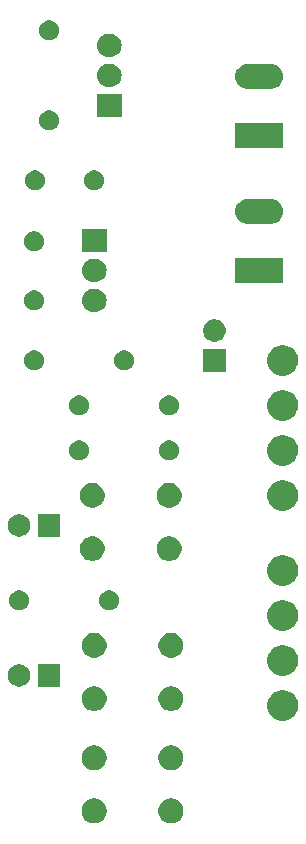
<source format=gbr>
G04 #@! TF.GenerationSoftware,KiCad,Pcbnew,5.1.5+dfsg1-2build2*
G04 #@! TF.CreationDate,2021-03-07T11:34:37+01:00*
G04 #@! TF.ProjectId,miteThru,6d697465-5468-4727-952e-6b696361645f,rev?*
G04 #@! TF.SameCoordinates,Original*
G04 #@! TF.FileFunction,Soldermask,Top*
G04 #@! TF.FilePolarity,Negative*
%FSLAX46Y46*%
G04 Gerber Fmt 4.6, Leading zero omitted, Abs format (unit mm)*
G04 Created by KiCad (PCBNEW 5.1.5+dfsg1-2build2) date 2021-03-07 11:34:37*
%MOMM*%
%LPD*%
G04 APERTURE LIST*
%ADD10C,0.100000*%
G04 APERTURE END LIST*
D10*
G36*
X217626564Y-123489389D02*
G01*
X217817833Y-123568615D01*
X217817835Y-123568616D01*
X217989973Y-123683635D01*
X218136365Y-123830027D01*
X218251385Y-124002167D01*
X218330611Y-124193436D01*
X218371000Y-124396484D01*
X218371000Y-124603516D01*
X218330611Y-124806564D01*
X218251385Y-124997833D01*
X218251384Y-124997835D01*
X218136365Y-125169973D01*
X217989973Y-125316365D01*
X217817835Y-125431384D01*
X217817834Y-125431385D01*
X217817833Y-125431385D01*
X217626564Y-125510611D01*
X217423516Y-125551000D01*
X217216484Y-125551000D01*
X217013436Y-125510611D01*
X216822167Y-125431385D01*
X216822166Y-125431385D01*
X216822165Y-125431384D01*
X216650027Y-125316365D01*
X216503635Y-125169973D01*
X216388616Y-124997835D01*
X216388615Y-124997833D01*
X216309389Y-124806564D01*
X216269000Y-124603516D01*
X216269000Y-124396484D01*
X216309389Y-124193436D01*
X216388615Y-124002167D01*
X216503635Y-123830027D01*
X216650027Y-123683635D01*
X216822165Y-123568616D01*
X216822167Y-123568615D01*
X217013436Y-123489389D01*
X217216484Y-123449000D01*
X217423516Y-123449000D01*
X217626564Y-123489389D01*
G37*
G36*
X211126564Y-123489389D02*
G01*
X211317833Y-123568615D01*
X211317835Y-123568616D01*
X211489973Y-123683635D01*
X211636365Y-123830027D01*
X211751385Y-124002167D01*
X211830611Y-124193436D01*
X211871000Y-124396484D01*
X211871000Y-124603516D01*
X211830611Y-124806564D01*
X211751385Y-124997833D01*
X211751384Y-124997835D01*
X211636365Y-125169973D01*
X211489973Y-125316365D01*
X211317835Y-125431384D01*
X211317834Y-125431385D01*
X211317833Y-125431385D01*
X211126564Y-125510611D01*
X210923516Y-125551000D01*
X210716484Y-125551000D01*
X210513436Y-125510611D01*
X210322167Y-125431385D01*
X210322166Y-125431385D01*
X210322165Y-125431384D01*
X210150027Y-125316365D01*
X210003635Y-125169973D01*
X209888616Y-124997835D01*
X209888615Y-124997833D01*
X209809389Y-124806564D01*
X209769000Y-124603516D01*
X209769000Y-124396484D01*
X209809389Y-124193436D01*
X209888615Y-124002167D01*
X210003635Y-123830027D01*
X210150027Y-123683635D01*
X210322165Y-123568616D01*
X210322167Y-123568615D01*
X210513436Y-123489389D01*
X210716484Y-123449000D01*
X210923516Y-123449000D01*
X211126564Y-123489389D01*
G37*
G36*
X211126564Y-118989389D02*
G01*
X211317833Y-119068615D01*
X211317835Y-119068616D01*
X211489973Y-119183635D01*
X211636365Y-119330027D01*
X211751385Y-119502167D01*
X211830611Y-119693436D01*
X211871000Y-119896484D01*
X211871000Y-120103516D01*
X211830611Y-120306564D01*
X211751385Y-120497833D01*
X211751384Y-120497835D01*
X211636365Y-120669973D01*
X211489973Y-120816365D01*
X211317835Y-120931384D01*
X211317834Y-120931385D01*
X211317833Y-120931385D01*
X211126564Y-121010611D01*
X210923516Y-121051000D01*
X210716484Y-121051000D01*
X210513436Y-121010611D01*
X210322167Y-120931385D01*
X210322166Y-120931385D01*
X210322165Y-120931384D01*
X210150027Y-120816365D01*
X210003635Y-120669973D01*
X209888616Y-120497835D01*
X209888615Y-120497833D01*
X209809389Y-120306564D01*
X209769000Y-120103516D01*
X209769000Y-119896484D01*
X209809389Y-119693436D01*
X209888615Y-119502167D01*
X210003635Y-119330027D01*
X210150027Y-119183635D01*
X210322165Y-119068616D01*
X210322167Y-119068615D01*
X210513436Y-118989389D01*
X210716484Y-118949000D01*
X210923516Y-118949000D01*
X211126564Y-118989389D01*
G37*
G36*
X217626564Y-118989389D02*
G01*
X217817833Y-119068615D01*
X217817835Y-119068616D01*
X217989973Y-119183635D01*
X218136365Y-119330027D01*
X218251385Y-119502167D01*
X218330611Y-119693436D01*
X218371000Y-119896484D01*
X218371000Y-120103516D01*
X218330611Y-120306564D01*
X218251385Y-120497833D01*
X218251384Y-120497835D01*
X218136365Y-120669973D01*
X217989973Y-120816365D01*
X217817835Y-120931384D01*
X217817834Y-120931385D01*
X217817833Y-120931385D01*
X217626564Y-121010611D01*
X217423516Y-121051000D01*
X217216484Y-121051000D01*
X217013436Y-121010611D01*
X216822167Y-120931385D01*
X216822166Y-120931385D01*
X216822165Y-120931384D01*
X216650027Y-120816365D01*
X216503635Y-120669973D01*
X216388616Y-120497835D01*
X216388615Y-120497833D01*
X216309389Y-120306564D01*
X216269000Y-120103516D01*
X216269000Y-119896484D01*
X216309389Y-119693436D01*
X216388615Y-119502167D01*
X216503635Y-119330027D01*
X216650027Y-119183635D01*
X216822165Y-119068616D01*
X216822167Y-119068615D01*
X217013436Y-118989389D01*
X217216484Y-118949000D01*
X217423516Y-118949000D01*
X217626564Y-118989389D01*
G37*
G36*
X227169487Y-114318996D02*
G01*
X227406253Y-114417068D01*
X227406255Y-114417069D01*
X227619339Y-114559447D01*
X227800553Y-114740661D01*
X227897989Y-114886484D01*
X227942932Y-114953747D01*
X228041004Y-115190513D01*
X228091000Y-115441861D01*
X228091000Y-115698139D01*
X228041004Y-115949487D01*
X228003098Y-116041000D01*
X227942931Y-116186255D01*
X227800553Y-116399339D01*
X227619339Y-116580553D01*
X227406255Y-116722931D01*
X227406254Y-116722932D01*
X227406253Y-116722932D01*
X227169487Y-116821004D01*
X226918139Y-116871000D01*
X226661861Y-116871000D01*
X226410513Y-116821004D01*
X226173747Y-116722932D01*
X226173746Y-116722932D01*
X226173745Y-116722931D01*
X225960661Y-116580553D01*
X225779447Y-116399339D01*
X225637069Y-116186255D01*
X225576902Y-116041000D01*
X225538996Y-115949487D01*
X225489000Y-115698139D01*
X225489000Y-115441861D01*
X225538996Y-115190513D01*
X225637068Y-114953747D01*
X225682012Y-114886484D01*
X225779447Y-114740661D01*
X225960661Y-114559447D01*
X226173745Y-114417069D01*
X226173747Y-114417068D01*
X226410513Y-114318996D01*
X226661861Y-114269000D01*
X226918139Y-114269000D01*
X227169487Y-114318996D01*
G37*
G36*
X211126564Y-113979389D02*
G01*
X211317833Y-114058615D01*
X211317835Y-114058616D01*
X211489973Y-114173635D01*
X211636365Y-114320027D01*
X211751385Y-114492167D01*
X211830611Y-114683436D01*
X211871000Y-114886484D01*
X211871000Y-115093516D01*
X211830611Y-115296564D01*
X211770427Y-115441861D01*
X211751384Y-115487835D01*
X211636365Y-115659973D01*
X211489973Y-115806365D01*
X211317835Y-115921384D01*
X211317834Y-115921385D01*
X211317833Y-115921385D01*
X211126564Y-116000611D01*
X210923516Y-116041000D01*
X210716484Y-116041000D01*
X210513436Y-116000611D01*
X210322167Y-115921385D01*
X210322166Y-115921385D01*
X210322165Y-115921384D01*
X210150027Y-115806365D01*
X210003635Y-115659973D01*
X209888616Y-115487835D01*
X209869573Y-115441861D01*
X209809389Y-115296564D01*
X209769000Y-115093516D01*
X209769000Y-114886484D01*
X209809389Y-114683436D01*
X209888615Y-114492167D01*
X210003635Y-114320027D01*
X210150027Y-114173635D01*
X210322165Y-114058616D01*
X210322167Y-114058615D01*
X210513436Y-113979389D01*
X210716484Y-113939000D01*
X210923516Y-113939000D01*
X211126564Y-113979389D01*
G37*
G36*
X217626564Y-113979389D02*
G01*
X217817833Y-114058615D01*
X217817835Y-114058616D01*
X217989973Y-114173635D01*
X218136365Y-114320027D01*
X218251385Y-114492167D01*
X218330611Y-114683436D01*
X218371000Y-114886484D01*
X218371000Y-115093516D01*
X218330611Y-115296564D01*
X218270427Y-115441861D01*
X218251384Y-115487835D01*
X218136365Y-115659973D01*
X217989973Y-115806365D01*
X217817835Y-115921384D01*
X217817834Y-115921385D01*
X217817833Y-115921385D01*
X217626564Y-116000611D01*
X217423516Y-116041000D01*
X217216484Y-116041000D01*
X217013436Y-116000611D01*
X216822167Y-115921385D01*
X216822166Y-115921385D01*
X216822165Y-115921384D01*
X216650027Y-115806365D01*
X216503635Y-115659973D01*
X216388616Y-115487835D01*
X216369573Y-115441861D01*
X216309389Y-115296564D01*
X216269000Y-115093516D01*
X216269000Y-114886484D01*
X216309389Y-114683436D01*
X216388615Y-114492167D01*
X216503635Y-114320027D01*
X216650027Y-114173635D01*
X216822165Y-114058616D01*
X216822167Y-114058615D01*
X217013436Y-113979389D01*
X217216484Y-113939000D01*
X217423516Y-113939000D01*
X217626564Y-113979389D01*
G37*
G36*
X207961000Y-113981000D02*
G01*
X206059000Y-113981000D01*
X206059000Y-112079000D01*
X207961000Y-112079000D01*
X207961000Y-113981000D01*
G37*
G36*
X204747395Y-112115546D02*
G01*
X204920466Y-112187234D01*
X204920467Y-112187235D01*
X205076227Y-112291310D01*
X205208690Y-112423773D01*
X205208691Y-112423775D01*
X205312766Y-112579534D01*
X205384454Y-112752605D01*
X205421000Y-112936333D01*
X205421000Y-113123667D01*
X205384454Y-113307395D01*
X205312766Y-113480466D01*
X205312765Y-113480467D01*
X205208690Y-113636227D01*
X205076227Y-113768690D01*
X204997818Y-113821081D01*
X204920466Y-113872766D01*
X204747395Y-113944454D01*
X204563667Y-113981000D01*
X204376333Y-113981000D01*
X204192605Y-113944454D01*
X204019534Y-113872766D01*
X203942182Y-113821081D01*
X203863773Y-113768690D01*
X203731310Y-113636227D01*
X203627235Y-113480467D01*
X203627234Y-113480466D01*
X203555546Y-113307395D01*
X203519000Y-113123667D01*
X203519000Y-112936333D01*
X203555546Y-112752605D01*
X203627234Y-112579534D01*
X203731309Y-112423775D01*
X203731310Y-112423773D01*
X203863773Y-112291310D01*
X204019533Y-112187235D01*
X204019534Y-112187234D01*
X204192605Y-112115546D01*
X204376333Y-112079000D01*
X204563667Y-112079000D01*
X204747395Y-112115546D01*
G37*
G36*
X227169487Y-110508996D02*
G01*
X227406253Y-110607068D01*
X227406255Y-110607069D01*
X227619339Y-110749447D01*
X227800553Y-110930661D01*
X227942932Y-111143747D01*
X228041004Y-111380513D01*
X228091000Y-111631861D01*
X228091000Y-111888139D01*
X228041004Y-112139487D01*
X227942932Y-112376253D01*
X227942931Y-112376255D01*
X227800553Y-112589339D01*
X227619339Y-112770553D01*
X227406255Y-112912931D01*
X227406254Y-112912932D01*
X227406253Y-112912932D01*
X227169487Y-113011004D01*
X226918139Y-113061000D01*
X226661861Y-113061000D01*
X226410513Y-113011004D01*
X226173747Y-112912932D01*
X226173746Y-112912932D01*
X226173745Y-112912931D01*
X225960661Y-112770553D01*
X225779447Y-112589339D01*
X225637069Y-112376255D01*
X225637068Y-112376253D01*
X225538996Y-112139487D01*
X225489000Y-111888139D01*
X225489000Y-111631861D01*
X225538996Y-111380513D01*
X225637068Y-111143747D01*
X225779447Y-110930661D01*
X225960661Y-110749447D01*
X226173745Y-110607069D01*
X226173747Y-110607068D01*
X226410513Y-110508996D01*
X226661861Y-110459000D01*
X226918139Y-110459000D01*
X227169487Y-110508996D01*
G37*
G36*
X217626564Y-109479389D02*
G01*
X217817833Y-109558615D01*
X217817835Y-109558616D01*
X217989973Y-109673635D01*
X218136365Y-109820027D01*
X218251385Y-109992167D01*
X218330611Y-110183436D01*
X218371000Y-110386484D01*
X218371000Y-110593516D01*
X218330611Y-110796564D01*
X218275066Y-110930661D01*
X218251384Y-110987835D01*
X218136365Y-111159973D01*
X217989973Y-111306365D01*
X217817835Y-111421384D01*
X217817834Y-111421385D01*
X217817833Y-111421385D01*
X217626564Y-111500611D01*
X217423516Y-111541000D01*
X217216484Y-111541000D01*
X217013436Y-111500611D01*
X216822167Y-111421385D01*
X216822166Y-111421385D01*
X216822165Y-111421384D01*
X216650027Y-111306365D01*
X216503635Y-111159973D01*
X216388616Y-110987835D01*
X216364934Y-110930661D01*
X216309389Y-110796564D01*
X216269000Y-110593516D01*
X216269000Y-110386484D01*
X216309389Y-110183436D01*
X216388615Y-109992167D01*
X216503635Y-109820027D01*
X216650027Y-109673635D01*
X216822165Y-109558616D01*
X216822167Y-109558615D01*
X217013436Y-109479389D01*
X217216484Y-109439000D01*
X217423516Y-109439000D01*
X217626564Y-109479389D01*
G37*
G36*
X211126564Y-109479389D02*
G01*
X211317833Y-109558615D01*
X211317835Y-109558616D01*
X211489973Y-109673635D01*
X211636365Y-109820027D01*
X211751385Y-109992167D01*
X211830611Y-110183436D01*
X211871000Y-110386484D01*
X211871000Y-110593516D01*
X211830611Y-110796564D01*
X211775066Y-110930661D01*
X211751384Y-110987835D01*
X211636365Y-111159973D01*
X211489973Y-111306365D01*
X211317835Y-111421384D01*
X211317834Y-111421385D01*
X211317833Y-111421385D01*
X211126564Y-111500611D01*
X210923516Y-111541000D01*
X210716484Y-111541000D01*
X210513436Y-111500611D01*
X210322167Y-111421385D01*
X210322166Y-111421385D01*
X210322165Y-111421384D01*
X210150027Y-111306365D01*
X210003635Y-111159973D01*
X209888616Y-110987835D01*
X209864934Y-110930661D01*
X209809389Y-110796564D01*
X209769000Y-110593516D01*
X209769000Y-110386484D01*
X209809389Y-110183436D01*
X209888615Y-109992167D01*
X210003635Y-109820027D01*
X210150027Y-109673635D01*
X210322165Y-109558616D01*
X210322167Y-109558615D01*
X210513436Y-109479389D01*
X210716484Y-109439000D01*
X210923516Y-109439000D01*
X211126564Y-109479389D01*
G37*
G36*
X227169487Y-106698996D02*
G01*
X227406253Y-106797068D01*
X227406255Y-106797069D01*
X227602549Y-106928228D01*
X227619339Y-106939447D01*
X227800553Y-107120661D01*
X227942932Y-107333747D01*
X228041004Y-107570513D01*
X228091000Y-107821861D01*
X228091000Y-108078139D01*
X228041004Y-108329487D01*
X227942932Y-108566253D01*
X227942931Y-108566255D01*
X227800553Y-108779339D01*
X227619339Y-108960553D01*
X227406255Y-109102931D01*
X227406254Y-109102932D01*
X227406253Y-109102932D01*
X227169487Y-109201004D01*
X226918139Y-109251000D01*
X226661861Y-109251000D01*
X226410513Y-109201004D01*
X226173747Y-109102932D01*
X226173746Y-109102932D01*
X226173745Y-109102931D01*
X225960661Y-108960553D01*
X225779447Y-108779339D01*
X225637069Y-108566255D01*
X225637068Y-108566253D01*
X225538996Y-108329487D01*
X225489000Y-108078139D01*
X225489000Y-107821861D01*
X225538996Y-107570513D01*
X225637068Y-107333747D01*
X225779447Y-107120661D01*
X225960661Y-106939447D01*
X225977451Y-106928228D01*
X226173745Y-106797069D01*
X226173747Y-106797068D01*
X226410513Y-106698996D01*
X226661861Y-106649000D01*
X226918139Y-106649000D01*
X227169487Y-106698996D01*
G37*
G36*
X212338228Y-105861703D02*
G01*
X212493100Y-105925853D01*
X212632481Y-106018985D01*
X212751015Y-106137519D01*
X212844147Y-106276900D01*
X212908297Y-106431772D01*
X212941000Y-106596184D01*
X212941000Y-106763816D01*
X212908297Y-106928228D01*
X212844147Y-107083100D01*
X212751015Y-107222481D01*
X212632481Y-107341015D01*
X212493100Y-107434147D01*
X212338228Y-107498297D01*
X212173816Y-107531000D01*
X212006184Y-107531000D01*
X211841772Y-107498297D01*
X211686900Y-107434147D01*
X211547519Y-107341015D01*
X211428985Y-107222481D01*
X211335853Y-107083100D01*
X211271703Y-106928228D01*
X211239000Y-106763816D01*
X211239000Y-106596184D01*
X211271703Y-106431772D01*
X211335853Y-106276900D01*
X211428985Y-106137519D01*
X211547519Y-106018985D01*
X211686900Y-105925853D01*
X211841772Y-105861703D01*
X212006184Y-105829000D01*
X212173816Y-105829000D01*
X212338228Y-105861703D01*
G37*
G36*
X204718228Y-105861703D02*
G01*
X204873100Y-105925853D01*
X205012481Y-106018985D01*
X205131015Y-106137519D01*
X205224147Y-106276900D01*
X205288297Y-106431772D01*
X205321000Y-106596184D01*
X205321000Y-106763816D01*
X205288297Y-106928228D01*
X205224147Y-107083100D01*
X205131015Y-107222481D01*
X205012481Y-107341015D01*
X204873100Y-107434147D01*
X204718228Y-107498297D01*
X204553816Y-107531000D01*
X204386184Y-107531000D01*
X204221772Y-107498297D01*
X204066900Y-107434147D01*
X203927519Y-107341015D01*
X203808985Y-107222481D01*
X203715853Y-107083100D01*
X203651703Y-106928228D01*
X203619000Y-106763816D01*
X203619000Y-106596184D01*
X203651703Y-106431772D01*
X203715853Y-106276900D01*
X203808985Y-106137519D01*
X203927519Y-106018985D01*
X204066900Y-105925853D01*
X204221772Y-105861703D01*
X204386184Y-105829000D01*
X204553816Y-105829000D01*
X204718228Y-105861703D01*
G37*
G36*
X227169487Y-102888996D02*
G01*
X227406253Y-102987068D01*
X227406255Y-102987069D01*
X227584794Y-103106365D01*
X227619339Y-103129447D01*
X227800553Y-103310661D01*
X227942932Y-103523747D01*
X228041004Y-103760513D01*
X228091000Y-104011861D01*
X228091000Y-104268139D01*
X228041004Y-104519487D01*
X227942932Y-104756253D01*
X227942931Y-104756255D01*
X227800553Y-104969339D01*
X227619339Y-105150553D01*
X227406255Y-105292931D01*
X227406254Y-105292932D01*
X227406253Y-105292932D01*
X227169487Y-105391004D01*
X226918139Y-105441000D01*
X226661861Y-105441000D01*
X226410513Y-105391004D01*
X226173747Y-105292932D01*
X226173746Y-105292932D01*
X226173745Y-105292931D01*
X225960661Y-105150553D01*
X225779447Y-104969339D01*
X225637069Y-104756255D01*
X225637068Y-104756253D01*
X225538996Y-104519487D01*
X225489000Y-104268139D01*
X225489000Y-104011861D01*
X225538996Y-103760513D01*
X225637068Y-103523747D01*
X225779447Y-103310661D01*
X225960661Y-103129447D01*
X225995206Y-103106365D01*
X226173745Y-102987069D01*
X226173747Y-102987068D01*
X226410513Y-102888996D01*
X226661861Y-102839000D01*
X226918139Y-102839000D01*
X227169487Y-102888996D01*
G37*
G36*
X217476564Y-101279389D02*
G01*
X217667833Y-101358615D01*
X217667835Y-101358616D01*
X217839973Y-101473635D01*
X217986365Y-101620027D01*
X218101385Y-101792167D01*
X218180611Y-101983436D01*
X218221000Y-102186484D01*
X218221000Y-102393516D01*
X218180611Y-102596564D01*
X218101385Y-102787833D01*
X218101384Y-102787835D01*
X217986365Y-102959973D01*
X217839973Y-103106365D01*
X217667835Y-103221384D01*
X217667834Y-103221385D01*
X217667833Y-103221385D01*
X217476564Y-103300611D01*
X217273516Y-103341000D01*
X217066484Y-103341000D01*
X216863436Y-103300611D01*
X216672167Y-103221385D01*
X216672166Y-103221385D01*
X216672165Y-103221384D01*
X216500027Y-103106365D01*
X216353635Y-102959973D01*
X216238616Y-102787835D01*
X216238615Y-102787833D01*
X216159389Y-102596564D01*
X216119000Y-102393516D01*
X216119000Y-102186484D01*
X216159389Y-101983436D01*
X216238615Y-101792167D01*
X216353635Y-101620027D01*
X216500027Y-101473635D01*
X216672165Y-101358616D01*
X216672167Y-101358615D01*
X216863436Y-101279389D01*
X217066484Y-101239000D01*
X217273516Y-101239000D01*
X217476564Y-101279389D01*
G37*
G36*
X210976564Y-101279389D02*
G01*
X211167833Y-101358615D01*
X211167835Y-101358616D01*
X211339973Y-101473635D01*
X211486365Y-101620027D01*
X211601385Y-101792167D01*
X211680611Y-101983436D01*
X211721000Y-102186484D01*
X211721000Y-102393516D01*
X211680611Y-102596564D01*
X211601385Y-102787833D01*
X211601384Y-102787835D01*
X211486365Y-102959973D01*
X211339973Y-103106365D01*
X211167835Y-103221384D01*
X211167834Y-103221385D01*
X211167833Y-103221385D01*
X210976564Y-103300611D01*
X210773516Y-103341000D01*
X210566484Y-103341000D01*
X210363436Y-103300611D01*
X210172167Y-103221385D01*
X210172166Y-103221385D01*
X210172165Y-103221384D01*
X210000027Y-103106365D01*
X209853635Y-102959973D01*
X209738616Y-102787835D01*
X209738615Y-102787833D01*
X209659389Y-102596564D01*
X209619000Y-102393516D01*
X209619000Y-102186484D01*
X209659389Y-101983436D01*
X209738615Y-101792167D01*
X209853635Y-101620027D01*
X210000027Y-101473635D01*
X210172165Y-101358616D01*
X210172167Y-101358615D01*
X210363436Y-101279389D01*
X210566484Y-101239000D01*
X210773516Y-101239000D01*
X210976564Y-101279389D01*
G37*
G36*
X204747395Y-99415546D02*
G01*
X204920466Y-99487234D01*
X204920467Y-99487235D01*
X205076227Y-99591310D01*
X205208690Y-99723773D01*
X205208691Y-99723775D01*
X205312766Y-99879534D01*
X205384454Y-100052605D01*
X205421000Y-100236333D01*
X205421000Y-100423667D01*
X205384454Y-100607395D01*
X205312766Y-100780466D01*
X205312765Y-100780467D01*
X205208690Y-100936227D01*
X205076227Y-101068690D01*
X204997818Y-101121081D01*
X204920466Y-101172766D01*
X204747395Y-101244454D01*
X204563667Y-101281000D01*
X204376333Y-101281000D01*
X204192605Y-101244454D01*
X204019534Y-101172766D01*
X203942182Y-101121081D01*
X203863773Y-101068690D01*
X203731310Y-100936227D01*
X203627235Y-100780467D01*
X203627234Y-100780466D01*
X203555546Y-100607395D01*
X203519000Y-100423667D01*
X203519000Y-100236333D01*
X203555546Y-100052605D01*
X203627234Y-99879534D01*
X203731309Y-99723775D01*
X203731310Y-99723773D01*
X203863773Y-99591310D01*
X204019533Y-99487235D01*
X204019534Y-99487234D01*
X204192605Y-99415546D01*
X204376333Y-99379000D01*
X204563667Y-99379000D01*
X204747395Y-99415546D01*
G37*
G36*
X207961000Y-101281000D02*
G01*
X206059000Y-101281000D01*
X206059000Y-99379000D01*
X207961000Y-99379000D01*
X207961000Y-101281000D01*
G37*
G36*
X227169487Y-96538996D02*
G01*
X227406253Y-96637068D01*
X227406255Y-96637069D01*
X227558806Y-96739000D01*
X227619339Y-96779447D01*
X227800553Y-96960661D01*
X227942932Y-97173747D01*
X228041004Y-97410513D01*
X228091000Y-97661861D01*
X228091000Y-97918139D01*
X228041004Y-98169487D01*
X227991983Y-98287833D01*
X227942931Y-98406255D01*
X227800553Y-98619339D01*
X227619339Y-98800553D01*
X227406255Y-98942931D01*
X227406254Y-98942932D01*
X227406253Y-98942932D01*
X227169487Y-99041004D01*
X226918139Y-99091000D01*
X226661861Y-99091000D01*
X226410513Y-99041004D01*
X226173747Y-98942932D01*
X226173746Y-98942932D01*
X226173745Y-98942931D01*
X225960661Y-98800553D01*
X225779447Y-98619339D01*
X225637069Y-98406255D01*
X225588017Y-98287833D01*
X225538996Y-98169487D01*
X225489000Y-97918139D01*
X225489000Y-97661861D01*
X225538996Y-97410513D01*
X225637068Y-97173747D01*
X225779447Y-96960661D01*
X225960661Y-96779447D01*
X226021194Y-96739000D01*
X226173745Y-96637069D01*
X226173747Y-96637068D01*
X226410513Y-96538996D01*
X226661861Y-96489000D01*
X226918139Y-96489000D01*
X227169487Y-96538996D01*
G37*
G36*
X217476564Y-96779389D02*
G01*
X217667833Y-96858615D01*
X217667835Y-96858616D01*
X217839973Y-96973635D01*
X217986365Y-97120027D01*
X218022260Y-97173747D01*
X218101385Y-97292167D01*
X218180611Y-97483436D01*
X218221000Y-97686484D01*
X218221000Y-97893516D01*
X218180611Y-98096564D01*
X218150405Y-98169487D01*
X218101384Y-98287835D01*
X217986365Y-98459973D01*
X217839973Y-98606365D01*
X217667835Y-98721384D01*
X217667834Y-98721385D01*
X217667833Y-98721385D01*
X217476564Y-98800611D01*
X217273516Y-98841000D01*
X217066484Y-98841000D01*
X216863436Y-98800611D01*
X216672167Y-98721385D01*
X216672166Y-98721385D01*
X216672165Y-98721384D01*
X216500027Y-98606365D01*
X216353635Y-98459973D01*
X216238616Y-98287835D01*
X216189595Y-98169487D01*
X216159389Y-98096564D01*
X216119000Y-97893516D01*
X216119000Y-97686484D01*
X216159389Y-97483436D01*
X216238615Y-97292167D01*
X216317741Y-97173747D01*
X216353635Y-97120027D01*
X216500027Y-96973635D01*
X216672165Y-96858616D01*
X216672167Y-96858615D01*
X216863436Y-96779389D01*
X217066484Y-96739000D01*
X217273516Y-96739000D01*
X217476564Y-96779389D01*
G37*
G36*
X210976564Y-96779389D02*
G01*
X211167833Y-96858615D01*
X211167835Y-96858616D01*
X211339973Y-96973635D01*
X211486365Y-97120027D01*
X211522260Y-97173747D01*
X211601385Y-97292167D01*
X211680611Y-97483436D01*
X211721000Y-97686484D01*
X211721000Y-97893516D01*
X211680611Y-98096564D01*
X211650405Y-98169487D01*
X211601384Y-98287835D01*
X211486365Y-98459973D01*
X211339973Y-98606365D01*
X211167835Y-98721384D01*
X211167834Y-98721385D01*
X211167833Y-98721385D01*
X210976564Y-98800611D01*
X210773516Y-98841000D01*
X210566484Y-98841000D01*
X210363436Y-98800611D01*
X210172167Y-98721385D01*
X210172166Y-98721385D01*
X210172165Y-98721384D01*
X210000027Y-98606365D01*
X209853635Y-98459973D01*
X209738616Y-98287835D01*
X209689595Y-98169487D01*
X209659389Y-98096564D01*
X209619000Y-97893516D01*
X209619000Y-97686484D01*
X209659389Y-97483436D01*
X209738615Y-97292167D01*
X209817741Y-97173747D01*
X209853635Y-97120027D01*
X210000027Y-96973635D01*
X210172165Y-96858616D01*
X210172167Y-96858615D01*
X210363436Y-96779389D01*
X210566484Y-96739000D01*
X210773516Y-96739000D01*
X210976564Y-96779389D01*
G37*
G36*
X227169487Y-92728996D02*
G01*
X227406253Y-92827068D01*
X227406255Y-92827069D01*
X227619339Y-92969447D01*
X227800553Y-93150661D01*
X227942932Y-93363747D01*
X228041004Y-93600513D01*
X228091000Y-93851861D01*
X228091000Y-94108139D01*
X228041004Y-94359487D01*
X228031224Y-94383097D01*
X227942931Y-94596255D01*
X227800553Y-94809339D01*
X227619339Y-94990553D01*
X227406255Y-95132931D01*
X227406254Y-95132932D01*
X227406253Y-95132932D01*
X227169487Y-95231004D01*
X226918139Y-95281000D01*
X226661861Y-95281000D01*
X226410513Y-95231004D01*
X226173747Y-95132932D01*
X226173746Y-95132932D01*
X226173745Y-95132931D01*
X225960661Y-94990553D01*
X225779447Y-94809339D01*
X225637069Y-94596255D01*
X225548776Y-94383097D01*
X225538996Y-94359487D01*
X225489000Y-94108139D01*
X225489000Y-93851861D01*
X225538996Y-93600513D01*
X225637068Y-93363747D01*
X225779447Y-93150661D01*
X225960661Y-92969447D01*
X226173745Y-92827069D01*
X226173747Y-92827068D01*
X226410513Y-92728996D01*
X226661861Y-92679000D01*
X226918139Y-92679000D01*
X227169487Y-92728996D01*
G37*
G36*
X209798228Y-93161703D02*
G01*
X209953100Y-93225853D01*
X210092481Y-93318985D01*
X210211015Y-93437519D01*
X210304147Y-93576900D01*
X210368297Y-93731772D01*
X210401000Y-93896184D01*
X210401000Y-94063816D01*
X210368297Y-94228228D01*
X210304147Y-94383100D01*
X210211015Y-94522481D01*
X210092481Y-94641015D01*
X209953100Y-94734147D01*
X209798228Y-94798297D01*
X209633816Y-94831000D01*
X209466184Y-94831000D01*
X209301772Y-94798297D01*
X209146900Y-94734147D01*
X209007519Y-94641015D01*
X208888985Y-94522481D01*
X208795853Y-94383100D01*
X208731703Y-94228228D01*
X208699000Y-94063816D01*
X208699000Y-93896184D01*
X208731703Y-93731772D01*
X208795853Y-93576900D01*
X208888985Y-93437519D01*
X209007519Y-93318985D01*
X209146900Y-93225853D01*
X209301772Y-93161703D01*
X209466184Y-93129000D01*
X209633816Y-93129000D01*
X209798228Y-93161703D01*
G37*
G36*
X217418228Y-93161703D02*
G01*
X217573100Y-93225853D01*
X217712481Y-93318985D01*
X217831015Y-93437519D01*
X217924147Y-93576900D01*
X217988297Y-93731772D01*
X218021000Y-93896184D01*
X218021000Y-94063816D01*
X217988297Y-94228228D01*
X217924147Y-94383100D01*
X217831015Y-94522481D01*
X217712481Y-94641015D01*
X217573100Y-94734147D01*
X217418228Y-94798297D01*
X217253816Y-94831000D01*
X217086184Y-94831000D01*
X216921772Y-94798297D01*
X216766900Y-94734147D01*
X216627519Y-94641015D01*
X216508985Y-94522481D01*
X216415853Y-94383100D01*
X216351703Y-94228228D01*
X216319000Y-94063816D01*
X216319000Y-93896184D01*
X216351703Y-93731772D01*
X216415853Y-93576900D01*
X216508985Y-93437519D01*
X216627519Y-93318985D01*
X216766900Y-93225853D01*
X216921772Y-93161703D01*
X217086184Y-93129000D01*
X217253816Y-93129000D01*
X217418228Y-93161703D01*
G37*
G36*
X227169487Y-88918996D02*
G01*
X227406253Y-89017068D01*
X227406255Y-89017069D01*
X227619339Y-89159447D01*
X227800553Y-89340661D01*
X227942932Y-89553747D01*
X228041004Y-89790513D01*
X228091000Y-90041861D01*
X228091000Y-90298139D01*
X228041004Y-90549487D01*
X228031224Y-90573097D01*
X227942931Y-90786255D01*
X227800553Y-90999339D01*
X227619339Y-91180553D01*
X227406255Y-91322931D01*
X227406254Y-91322932D01*
X227406253Y-91322932D01*
X227169487Y-91421004D01*
X226918139Y-91471000D01*
X226661861Y-91471000D01*
X226410513Y-91421004D01*
X226173747Y-91322932D01*
X226173746Y-91322932D01*
X226173745Y-91322931D01*
X225960661Y-91180553D01*
X225779447Y-90999339D01*
X225637069Y-90786255D01*
X225548776Y-90573097D01*
X225538996Y-90549487D01*
X225489000Y-90298139D01*
X225489000Y-90041861D01*
X225538996Y-89790513D01*
X225637068Y-89553747D01*
X225779447Y-89340661D01*
X225960661Y-89159447D01*
X226173745Y-89017069D01*
X226173747Y-89017068D01*
X226410513Y-88918996D01*
X226661861Y-88869000D01*
X226918139Y-88869000D01*
X227169487Y-88918996D01*
G37*
G36*
X217418228Y-89351703D02*
G01*
X217573100Y-89415853D01*
X217712481Y-89508985D01*
X217831015Y-89627519D01*
X217924147Y-89766900D01*
X217988297Y-89921772D01*
X218021000Y-90086184D01*
X218021000Y-90253816D01*
X217988297Y-90418228D01*
X217924147Y-90573100D01*
X217831015Y-90712481D01*
X217712481Y-90831015D01*
X217573100Y-90924147D01*
X217418228Y-90988297D01*
X217253816Y-91021000D01*
X217086184Y-91021000D01*
X216921772Y-90988297D01*
X216766900Y-90924147D01*
X216627519Y-90831015D01*
X216508985Y-90712481D01*
X216415853Y-90573100D01*
X216351703Y-90418228D01*
X216319000Y-90253816D01*
X216319000Y-90086184D01*
X216351703Y-89921772D01*
X216415853Y-89766900D01*
X216508985Y-89627519D01*
X216627519Y-89508985D01*
X216766900Y-89415853D01*
X216921772Y-89351703D01*
X217086184Y-89319000D01*
X217253816Y-89319000D01*
X217418228Y-89351703D01*
G37*
G36*
X209798228Y-89351703D02*
G01*
X209953100Y-89415853D01*
X210092481Y-89508985D01*
X210211015Y-89627519D01*
X210304147Y-89766900D01*
X210368297Y-89921772D01*
X210401000Y-90086184D01*
X210401000Y-90253816D01*
X210368297Y-90418228D01*
X210304147Y-90573100D01*
X210211015Y-90712481D01*
X210092481Y-90831015D01*
X209953100Y-90924147D01*
X209798228Y-90988297D01*
X209633816Y-91021000D01*
X209466184Y-91021000D01*
X209301772Y-90988297D01*
X209146900Y-90924147D01*
X209007519Y-90831015D01*
X208888985Y-90712481D01*
X208795853Y-90573100D01*
X208731703Y-90418228D01*
X208699000Y-90253816D01*
X208699000Y-90086184D01*
X208731703Y-89921772D01*
X208795853Y-89766900D01*
X208888985Y-89627519D01*
X209007519Y-89508985D01*
X209146900Y-89415853D01*
X209301772Y-89351703D01*
X209466184Y-89319000D01*
X209633816Y-89319000D01*
X209798228Y-89351703D01*
G37*
G36*
X227169487Y-85108996D02*
G01*
X227406253Y-85207068D01*
X227406255Y-85207069D01*
X227619339Y-85349447D01*
X227800553Y-85530661D01*
X227942932Y-85743747D01*
X228041004Y-85980513D01*
X228091000Y-86231861D01*
X228091000Y-86488139D01*
X228041004Y-86739487D01*
X228031224Y-86763097D01*
X227942931Y-86976255D01*
X227800553Y-87189339D01*
X227619339Y-87370553D01*
X227406255Y-87512931D01*
X227406254Y-87512932D01*
X227406253Y-87512932D01*
X227169487Y-87611004D01*
X226918139Y-87661000D01*
X226661861Y-87661000D01*
X226410513Y-87611004D01*
X226173747Y-87512932D01*
X226173746Y-87512932D01*
X226173745Y-87512931D01*
X225960661Y-87370553D01*
X225779447Y-87189339D01*
X225637069Y-86976255D01*
X225548776Y-86763097D01*
X225538996Y-86739487D01*
X225489000Y-86488139D01*
X225489000Y-86231861D01*
X225538996Y-85980513D01*
X225637068Y-85743747D01*
X225779447Y-85530661D01*
X225960661Y-85349447D01*
X226173745Y-85207069D01*
X226173747Y-85207068D01*
X226410513Y-85108996D01*
X226661861Y-85059000D01*
X226918139Y-85059000D01*
X227169487Y-85108996D01*
G37*
G36*
X221951000Y-87311000D02*
G01*
X220049000Y-87311000D01*
X220049000Y-85409000D01*
X221951000Y-85409000D01*
X221951000Y-87311000D01*
G37*
G36*
X205988228Y-85541703D02*
G01*
X206143100Y-85605853D01*
X206282481Y-85698985D01*
X206401015Y-85817519D01*
X206494147Y-85956900D01*
X206558297Y-86111772D01*
X206591000Y-86276184D01*
X206591000Y-86443816D01*
X206558297Y-86608228D01*
X206494147Y-86763100D01*
X206401015Y-86902481D01*
X206282481Y-87021015D01*
X206143100Y-87114147D01*
X205988228Y-87178297D01*
X205823816Y-87211000D01*
X205656184Y-87211000D01*
X205491772Y-87178297D01*
X205336900Y-87114147D01*
X205197519Y-87021015D01*
X205078985Y-86902481D01*
X204985853Y-86763100D01*
X204921703Y-86608228D01*
X204889000Y-86443816D01*
X204889000Y-86276184D01*
X204921703Y-86111772D01*
X204985853Y-85956900D01*
X205078985Y-85817519D01*
X205197519Y-85698985D01*
X205336900Y-85605853D01*
X205491772Y-85541703D01*
X205656184Y-85509000D01*
X205823816Y-85509000D01*
X205988228Y-85541703D01*
G37*
G36*
X213608228Y-85541703D02*
G01*
X213763100Y-85605853D01*
X213902481Y-85698985D01*
X214021015Y-85817519D01*
X214114147Y-85956900D01*
X214178297Y-86111772D01*
X214211000Y-86276184D01*
X214211000Y-86443816D01*
X214178297Y-86608228D01*
X214114147Y-86763100D01*
X214021015Y-86902481D01*
X213902481Y-87021015D01*
X213763100Y-87114147D01*
X213608228Y-87178297D01*
X213443816Y-87211000D01*
X213276184Y-87211000D01*
X213111772Y-87178297D01*
X212956900Y-87114147D01*
X212817519Y-87021015D01*
X212698985Y-86902481D01*
X212605853Y-86763100D01*
X212541703Y-86608228D01*
X212509000Y-86443816D01*
X212509000Y-86276184D01*
X212541703Y-86111772D01*
X212605853Y-85956900D01*
X212698985Y-85817519D01*
X212817519Y-85698985D01*
X212956900Y-85605853D01*
X213111772Y-85541703D01*
X213276184Y-85509000D01*
X213443816Y-85509000D01*
X213608228Y-85541703D01*
G37*
G36*
X221277395Y-82905546D02*
G01*
X221450466Y-82977234D01*
X221450467Y-82977235D01*
X221606227Y-83081310D01*
X221738690Y-83213773D01*
X221738691Y-83213775D01*
X221842766Y-83369534D01*
X221914454Y-83542605D01*
X221951000Y-83726333D01*
X221951000Y-83913667D01*
X221914454Y-84097395D01*
X221842766Y-84270466D01*
X221842765Y-84270467D01*
X221738690Y-84426227D01*
X221606227Y-84558690D01*
X221527818Y-84611081D01*
X221450466Y-84662766D01*
X221277395Y-84734454D01*
X221093667Y-84771000D01*
X220906333Y-84771000D01*
X220722605Y-84734454D01*
X220549534Y-84662766D01*
X220472182Y-84611081D01*
X220393773Y-84558690D01*
X220261310Y-84426227D01*
X220157235Y-84270467D01*
X220157234Y-84270466D01*
X220085546Y-84097395D01*
X220049000Y-83913667D01*
X220049000Y-83726333D01*
X220085546Y-83542605D01*
X220157234Y-83369534D01*
X220261309Y-83213775D01*
X220261310Y-83213773D01*
X220393773Y-83081310D01*
X220549533Y-82977235D01*
X220549534Y-82977234D01*
X220722605Y-82905546D01*
X220906333Y-82869000D01*
X221093667Y-82869000D01*
X221277395Y-82905546D01*
G37*
G36*
X210965936Y-80281340D02*
G01*
X211064220Y-80291020D01*
X211253381Y-80348401D01*
X211427712Y-80441583D01*
X211580515Y-80566985D01*
X211705917Y-80719788D01*
X211799099Y-80894119D01*
X211856480Y-81083280D01*
X211875855Y-81280000D01*
X211856480Y-81476720D01*
X211799099Y-81665881D01*
X211705917Y-81840212D01*
X211580515Y-81993015D01*
X211427712Y-82118417D01*
X211253381Y-82211599D01*
X211064220Y-82268980D01*
X210965936Y-82278660D01*
X210916795Y-82283500D01*
X210723205Y-82283500D01*
X210674064Y-82278660D01*
X210575780Y-82268980D01*
X210386619Y-82211599D01*
X210212288Y-82118417D01*
X210059485Y-81993015D01*
X209934083Y-81840212D01*
X209840901Y-81665881D01*
X209783520Y-81476720D01*
X209764145Y-81280000D01*
X209783520Y-81083280D01*
X209840901Y-80894119D01*
X209934083Y-80719788D01*
X210059485Y-80566985D01*
X210212288Y-80441583D01*
X210386619Y-80348401D01*
X210575780Y-80291020D01*
X210674064Y-80281340D01*
X210723205Y-80276500D01*
X210916795Y-80276500D01*
X210965936Y-80281340D01*
G37*
G36*
X205988228Y-80461703D02*
G01*
X206143100Y-80525853D01*
X206282481Y-80618985D01*
X206401015Y-80737519D01*
X206494147Y-80876900D01*
X206558297Y-81031772D01*
X206591000Y-81196184D01*
X206591000Y-81363816D01*
X206558297Y-81528228D01*
X206494147Y-81683100D01*
X206401015Y-81822481D01*
X206282481Y-81941015D01*
X206143100Y-82034147D01*
X205988228Y-82098297D01*
X205823816Y-82131000D01*
X205656184Y-82131000D01*
X205491772Y-82098297D01*
X205336900Y-82034147D01*
X205197519Y-81941015D01*
X205078985Y-81822481D01*
X204985853Y-81683100D01*
X204921703Y-81528228D01*
X204889000Y-81363816D01*
X204889000Y-81196184D01*
X204921703Y-81031772D01*
X204985853Y-80876900D01*
X205078985Y-80737519D01*
X205197519Y-80618985D01*
X205336900Y-80525853D01*
X205491772Y-80461703D01*
X205656184Y-80429000D01*
X205823816Y-80429000D01*
X205988228Y-80461703D01*
G37*
G36*
X226821000Y-79781000D02*
G01*
X222759000Y-79781000D01*
X222759000Y-77699000D01*
X226821000Y-77699000D01*
X226821000Y-79781000D01*
G37*
G36*
X210965936Y-77741340D02*
G01*
X211064220Y-77751020D01*
X211253381Y-77808401D01*
X211427712Y-77901583D01*
X211580515Y-78026985D01*
X211705917Y-78179788D01*
X211799099Y-78354119D01*
X211856480Y-78543280D01*
X211875855Y-78740000D01*
X211856480Y-78936720D01*
X211799099Y-79125881D01*
X211705917Y-79300212D01*
X211580515Y-79453015D01*
X211427712Y-79578417D01*
X211253381Y-79671599D01*
X211064220Y-79728980D01*
X210965936Y-79738660D01*
X210916795Y-79743500D01*
X210723205Y-79743500D01*
X210674064Y-79738660D01*
X210575780Y-79728980D01*
X210386619Y-79671599D01*
X210212288Y-79578417D01*
X210059485Y-79453015D01*
X209934083Y-79300212D01*
X209840901Y-79125881D01*
X209783520Y-78936720D01*
X209764145Y-78740000D01*
X209783520Y-78543280D01*
X209840901Y-78354119D01*
X209934083Y-78179788D01*
X210059485Y-78026985D01*
X210212288Y-77901583D01*
X210386619Y-77808401D01*
X210575780Y-77751020D01*
X210674064Y-77741340D01*
X210723205Y-77736500D01*
X210916795Y-77736500D01*
X210965936Y-77741340D01*
G37*
G36*
X211871000Y-77203500D02*
G01*
X209769000Y-77203500D01*
X209769000Y-75196500D01*
X211871000Y-75196500D01*
X211871000Y-77203500D01*
G37*
G36*
X205988228Y-75461703D02*
G01*
X206143100Y-75525853D01*
X206282481Y-75618985D01*
X206401015Y-75737519D01*
X206494147Y-75876900D01*
X206558297Y-76031772D01*
X206591000Y-76196184D01*
X206591000Y-76363816D01*
X206558297Y-76528228D01*
X206494147Y-76683100D01*
X206401015Y-76822481D01*
X206282481Y-76941015D01*
X206143100Y-77034147D01*
X205988228Y-77098297D01*
X205823816Y-77131000D01*
X205656184Y-77131000D01*
X205491772Y-77098297D01*
X205336900Y-77034147D01*
X205197519Y-76941015D01*
X205078985Y-76822481D01*
X204985853Y-76683100D01*
X204921703Y-76528228D01*
X204889000Y-76363816D01*
X204889000Y-76196184D01*
X204921703Y-76031772D01*
X204985853Y-75876900D01*
X205078985Y-75737519D01*
X205197519Y-75618985D01*
X205336900Y-75525853D01*
X205491772Y-75461703D01*
X205656184Y-75429000D01*
X205823816Y-75429000D01*
X205988228Y-75461703D01*
G37*
G36*
X225882112Y-72704021D02*
G01*
X225984072Y-72714063D01*
X226180301Y-72773589D01*
X226180303Y-72773590D01*
X226361145Y-72870252D01*
X226519660Y-73000340D01*
X226649747Y-73158854D01*
X226746411Y-73339699D01*
X226805937Y-73535928D01*
X226826036Y-73740000D01*
X226805937Y-73944072D01*
X226746411Y-74140301D01*
X226746410Y-74140303D01*
X226649748Y-74321145D01*
X226519660Y-74479660D01*
X226361145Y-74609748D01*
X226180303Y-74706410D01*
X226180301Y-74706411D01*
X225984072Y-74765937D01*
X225882112Y-74775979D01*
X225831133Y-74781000D01*
X223748867Y-74781000D01*
X223697888Y-74775979D01*
X223595928Y-74765937D01*
X223399699Y-74706411D01*
X223399697Y-74706410D01*
X223218855Y-74609748D01*
X223060340Y-74479660D01*
X222930252Y-74321145D01*
X222833590Y-74140303D01*
X222833589Y-74140301D01*
X222774063Y-73944072D01*
X222753964Y-73740000D01*
X222774063Y-73535928D01*
X222833589Y-73339699D01*
X222930253Y-73158854D01*
X223060340Y-73000340D01*
X223218855Y-72870252D01*
X223399697Y-72773590D01*
X223399699Y-72773589D01*
X223595928Y-72714063D01*
X223697888Y-72704021D01*
X223748867Y-72699000D01*
X225831133Y-72699000D01*
X225882112Y-72704021D01*
G37*
G36*
X211068228Y-70301703D02*
G01*
X211223100Y-70365853D01*
X211362481Y-70458985D01*
X211481015Y-70577519D01*
X211574147Y-70716900D01*
X211638297Y-70871772D01*
X211671000Y-71036184D01*
X211671000Y-71203816D01*
X211638297Y-71368228D01*
X211574147Y-71523100D01*
X211481015Y-71662481D01*
X211362481Y-71781015D01*
X211223100Y-71874147D01*
X211068228Y-71938297D01*
X210903816Y-71971000D01*
X210736184Y-71971000D01*
X210571772Y-71938297D01*
X210416900Y-71874147D01*
X210277519Y-71781015D01*
X210158985Y-71662481D01*
X210065853Y-71523100D01*
X210001703Y-71368228D01*
X209969000Y-71203816D01*
X209969000Y-71036184D01*
X210001703Y-70871772D01*
X210065853Y-70716900D01*
X210158985Y-70577519D01*
X210277519Y-70458985D01*
X210416900Y-70365853D01*
X210571772Y-70301703D01*
X210736184Y-70269000D01*
X210903816Y-70269000D01*
X211068228Y-70301703D01*
G37*
G36*
X206068228Y-70301703D02*
G01*
X206223100Y-70365853D01*
X206362481Y-70458985D01*
X206481015Y-70577519D01*
X206574147Y-70716900D01*
X206638297Y-70871772D01*
X206671000Y-71036184D01*
X206671000Y-71203816D01*
X206638297Y-71368228D01*
X206574147Y-71523100D01*
X206481015Y-71662481D01*
X206362481Y-71781015D01*
X206223100Y-71874147D01*
X206068228Y-71938297D01*
X205903816Y-71971000D01*
X205736184Y-71971000D01*
X205571772Y-71938297D01*
X205416900Y-71874147D01*
X205277519Y-71781015D01*
X205158985Y-71662481D01*
X205065853Y-71523100D01*
X205001703Y-71368228D01*
X204969000Y-71203816D01*
X204969000Y-71036184D01*
X205001703Y-70871772D01*
X205065853Y-70716900D01*
X205158985Y-70577519D01*
X205277519Y-70458985D01*
X205416900Y-70365853D01*
X205571772Y-70301703D01*
X205736184Y-70269000D01*
X205903816Y-70269000D01*
X206068228Y-70301703D01*
G37*
G36*
X226821000Y-68351000D02*
G01*
X222759000Y-68351000D01*
X222759000Y-66269000D01*
X226821000Y-66269000D01*
X226821000Y-68351000D01*
G37*
G36*
X207258228Y-65221703D02*
G01*
X207413100Y-65285853D01*
X207552481Y-65378985D01*
X207671015Y-65497519D01*
X207764147Y-65636900D01*
X207828297Y-65791772D01*
X207861000Y-65956184D01*
X207861000Y-66123816D01*
X207828297Y-66288228D01*
X207764147Y-66443100D01*
X207671015Y-66582481D01*
X207552481Y-66701015D01*
X207413100Y-66794147D01*
X207258228Y-66858297D01*
X207093816Y-66891000D01*
X206926184Y-66891000D01*
X206761772Y-66858297D01*
X206606900Y-66794147D01*
X206467519Y-66701015D01*
X206348985Y-66582481D01*
X206255853Y-66443100D01*
X206191703Y-66288228D01*
X206159000Y-66123816D01*
X206159000Y-65956184D01*
X206191703Y-65791772D01*
X206255853Y-65636900D01*
X206348985Y-65497519D01*
X206467519Y-65378985D01*
X206606900Y-65285853D01*
X206761772Y-65221703D01*
X206926184Y-65189000D01*
X207093816Y-65189000D01*
X207258228Y-65221703D01*
G37*
G36*
X213141000Y-65773500D02*
G01*
X211039000Y-65773500D01*
X211039000Y-63766500D01*
X213141000Y-63766500D01*
X213141000Y-65773500D01*
G37*
G36*
X225882112Y-61274021D02*
G01*
X225984072Y-61284063D01*
X226180301Y-61343589D01*
X226180303Y-61343590D01*
X226361145Y-61440252D01*
X226519660Y-61570340D01*
X226601274Y-61669789D01*
X226649747Y-61728854D01*
X226746411Y-61909699D01*
X226805937Y-62105928D01*
X226826036Y-62310000D01*
X226805937Y-62514072D01*
X226746411Y-62710301D01*
X226746410Y-62710303D01*
X226649748Y-62891145D01*
X226519660Y-63049660D01*
X226361145Y-63179748D01*
X226260582Y-63233500D01*
X226180301Y-63276411D01*
X225984072Y-63335937D01*
X225882112Y-63345979D01*
X225831133Y-63351000D01*
X223748867Y-63351000D01*
X223697888Y-63345979D01*
X223595928Y-63335937D01*
X223399699Y-63276411D01*
X223319418Y-63233500D01*
X223218855Y-63179748D01*
X223060340Y-63049660D01*
X222930252Y-62891145D01*
X222833590Y-62710303D01*
X222833589Y-62710301D01*
X222774063Y-62514072D01*
X222753964Y-62310000D01*
X222774063Y-62105928D01*
X222833589Y-61909699D01*
X222930253Y-61728854D01*
X222978726Y-61669789D01*
X223060340Y-61570340D01*
X223218855Y-61440252D01*
X223399697Y-61343590D01*
X223399699Y-61343589D01*
X223595928Y-61284063D01*
X223697888Y-61274021D01*
X223748867Y-61269000D01*
X225831133Y-61269000D01*
X225882112Y-61274021D01*
G37*
G36*
X212235936Y-61231340D02*
G01*
X212334220Y-61241020D01*
X212523381Y-61298401D01*
X212697712Y-61391583D01*
X212850515Y-61516985D01*
X212975917Y-61669788D01*
X213069099Y-61844119D01*
X213126480Y-62033280D01*
X213145855Y-62230000D01*
X213126480Y-62426720D01*
X213069099Y-62615881D01*
X212975917Y-62790212D01*
X212850515Y-62943015D01*
X212697712Y-63068417D01*
X212523381Y-63161599D01*
X212334220Y-63218980D01*
X212235936Y-63228660D01*
X212186795Y-63233500D01*
X211993205Y-63233500D01*
X211944064Y-63228660D01*
X211845780Y-63218980D01*
X211656619Y-63161599D01*
X211482288Y-63068417D01*
X211329485Y-62943015D01*
X211204083Y-62790212D01*
X211110901Y-62615881D01*
X211053520Y-62426720D01*
X211034145Y-62230000D01*
X211053520Y-62033280D01*
X211110901Y-61844119D01*
X211204083Y-61669788D01*
X211329485Y-61516985D01*
X211482288Y-61391583D01*
X211656619Y-61298401D01*
X211845780Y-61241020D01*
X211944064Y-61231340D01*
X211993205Y-61226500D01*
X212186795Y-61226500D01*
X212235936Y-61231340D01*
G37*
G36*
X212235936Y-58691340D02*
G01*
X212334220Y-58701020D01*
X212523381Y-58758401D01*
X212697712Y-58851583D01*
X212850515Y-58976985D01*
X212975917Y-59129788D01*
X213069099Y-59304119D01*
X213126480Y-59493280D01*
X213145855Y-59690000D01*
X213126480Y-59886720D01*
X213069099Y-60075881D01*
X212975917Y-60250212D01*
X212850515Y-60403015D01*
X212697712Y-60528417D01*
X212523381Y-60621599D01*
X212334220Y-60678980D01*
X212235936Y-60688660D01*
X212186795Y-60693500D01*
X211993205Y-60693500D01*
X211944064Y-60688660D01*
X211845780Y-60678980D01*
X211656619Y-60621599D01*
X211482288Y-60528417D01*
X211329485Y-60403015D01*
X211204083Y-60250212D01*
X211110901Y-60075881D01*
X211053520Y-59886720D01*
X211034145Y-59690000D01*
X211053520Y-59493280D01*
X211110901Y-59304119D01*
X211204083Y-59129788D01*
X211329485Y-58976985D01*
X211482288Y-58851583D01*
X211656619Y-58758401D01*
X211845780Y-58701020D01*
X211944064Y-58691340D01*
X211993205Y-58686500D01*
X212186795Y-58686500D01*
X212235936Y-58691340D01*
G37*
G36*
X207258228Y-57601703D02*
G01*
X207413100Y-57665853D01*
X207552481Y-57758985D01*
X207671015Y-57877519D01*
X207764147Y-58016900D01*
X207828297Y-58171772D01*
X207861000Y-58336184D01*
X207861000Y-58503816D01*
X207828297Y-58668228D01*
X207764147Y-58823100D01*
X207671015Y-58962481D01*
X207552481Y-59081015D01*
X207413100Y-59174147D01*
X207258228Y-59238297D01*
X207093816Y-59271000D01*
X206926184Y-59271000D01*
X206761772Y-59238297D01*
X206606900Y-59174147D01*
X206467519Y-59081015D01*
X206348985Y-58962481D01*
X206255853Y-58823100D01*
X206191703Y-58668228D01*
X206159000Y-58503816D01*
X206159000Y-58336184D01*
X206191703Y-58171772D01*
X206255853Y-58016900D01*
X206348985Y-57877519D01*
X206467519Y-57758985D01*
X206606900Y-57665853D01*
X206761772Y-57601703D01*
X206926184Y-57569000D01*
X207093816Y-57569000D01*
X207258228Y-57601703D01*
G37*
M02*

</source>
